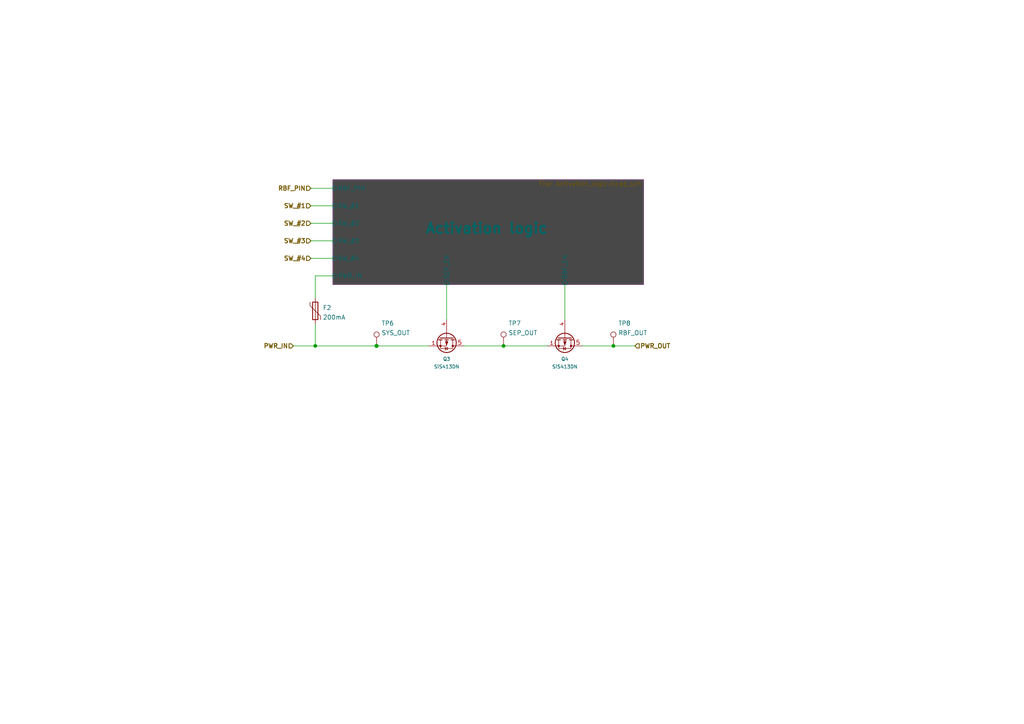
<source format=kicad_sch>
(kicad_sch (version 20210621) (generator eeschema)
  (paper "A4")
  (title_block (title "BUTCube - EPS") (date "2021-06-01") (rev "v1.0") (company "VUT - FIT(STRaDe) & FME(IAE & IPE)") (comment 1 "Author: Petr Malaník"))
  (lib_symbols
    (symbol "Connector:TestPoint" (pin_numbers hide) (pin_names (offset 0.762) hide)
      (property "Reference" "TP" (at 0 6.858 0))
      (property "Value" "TestPoint" (at 0 5.08 0))
      (symbol "TestPoint_0_1"
        (circle (center 0 3.302) (radius 0.762))
      )
      (symbol "TestPoint_1_1"
        (pin passive line (at 0 0 90) (length 2.54) (name "1") (number "1"))
      )
    )
    (symbol "Device:Polyfuse" (pin_numbers hide) (pin_names (offset 0))
      (property "Reference" "F" (at -2.54 0 90))
      (property "Value" "Polyfuse" (at 2.54 0 90))
      (symbol "Polyfuse_0_1"
        (rectangle (start -0.762 2.54) (end 0.762 -2.54) (stroke (width 0.254)))
        (polyline (pts (xy 0 2.54) (xy 0 -2.54)))
        (polyline (pts (xy -1.524 2.54) (xy -1.524 1.524) (xy 1.524 -1.524) (xy 1.524 -2.54)))
      )
      (symbol "Polyfuse_1_1"
        (pin passive line (at 0 3.81 270) (length 1.27) (name "~") (number "1"))
        (pin passive line (at 0 -3.81 90) (length 1.27) (name "~") (number "2"))
      )
    )
    (symbol "TCY_transistors:SiS413DN" (pin_names hide)
      (property "Reference" "Q" (at 8.89 2.54 0))
      (property "Value" "SiS413DN" (at 8.89 0 0))
      (symbol "SiS413DN_0_1"
        (circle (center -0.889 0) (radius 2.794) (stroke (width 0.254)))
        (circle (center 0 -1.778) (radius 0.254) (fill (type outline)))
        (circle (center 0 1.778) (radius 0.254) (fill (type outline)))
        (polyline (pts (xy -2.286 0) (xy -5.08 0)))
        (polyline (pts (xy -2.286 1.905) (xy -2.286 -1.905)) (stroke (width 0.254)))
        (polyline (pts (xy -1.778 -1.27) (xy -1.778 -2.286)) (stroke (width 0.254)))
        (polyline (pts (xy -1.778 0.508) (xy -1.778 -0.508)) (stroke (width 0.254)))
        (polyline (pts (xy -1.778 2.286) (xy -1.778 1.27)) (stroke (width 0.254)))
        (polyline (pts (xy 0 2.54) (xy 0 1.778)))
        (polyline (pts (xy 0 -2.54) (xy 0 0) (xy -1.778 0)))
        (polyline (pts (xy -1.778 1.778) (xy 0.762 1.778) (xy 0.762 -1.778) (xy -1.778 -1.778)))
        (polyline (pts (xy 0.254 -0.508) (xy 0.381 -0.381) (xy 1.143 -0.381) (xy 1.27 -0.254)))
        (polyline (pts (xy 0.762 -0.381) (xy 0.381 0.254) (xy 1.143 0.254) (xy 0.762 -0.381)))
        (polyline (pts (xy -0.254 0) (xy -1.27 0.381) (xy -1.27 -0.381) (xy -0.254 0)) (fill (type outline)))
      )
      (symbol "SiS413DN_1_1"
        (pin passive line (at 0 -5.08 90) (length 2.54) (name "S") (number "1"))
        (pin passive line (at 0 -5.08 90) (length 2.54) hide (name "S") (number "2"))
        (pin passive line (at 0 -5.08 90) (length 2.54) hide (name "S") (number "3"))
        (pin passive line (at -7.62 0 0) (length 2.54) (name "G") (number "4"))
        (pin passive line (at 0 5.08 270) (length 2.54) (name "D") (number "5"))
        (pin passive line (at 0 5.08 270) (length 2.54) hide (name "D") (number "6"))
        (pin passive line (at 0 5.08 270) (length 2.54) hide (name "D") (number "7"))
        (pin passive line (at 0 5.08 270) (length 2.54) hide (name "D") (number "8"))
        (pin passive line (at 0 5.08 270) (length 2.54) hide (name "D") (number "9"))
      )
    )
  )
  (junction (at 91.44 100.33) (diameter 0.9144))
  (junction (at 109.22 100.33) (diameter 1.016))
  (junction (at 146.05 100.33) (diameter 0.9144))
  (junction (at 177.9026 100.33) (diameter 0.9144))
  (wire (pts (xy 85.09 100.33) (xy 91.44 100.33)))
  (wire (pts (xy 90.17 54.61) (xy 96.52 54.61)))
  (wire (pts (xy 90.17 59.69) (xy 96.52 59.69)))
  (wire (pts (xy 90.17 64.77) (xy 96.52 64.77)))
  (wire (pts (xy 90.17 69.85) (xy 96.52 69.85)))
  (wire (pts (xy 90.17 74.93) (xy 96.52 74.93)))
  (wire (pts (xy 91.44 80.01) (xy 91.44 86.36)))
  (wire (pts (xy 91.44 93.98) (xy 91.44 100.33)))
  (wire (pts (xy 91.44 100.33) (xy 109.22 100.33)))
  (wire (pts (xy 96.52 80.01) (xy 91.44 80.01)))
  (wire (pts (xy 109.22 100.33) (xy 124.46 100.33)))
  (wire (pts (xy 129.54 82.55) (xy 129.54 92.71)))
  (wire (pts (xy 134.62 100.33) (xy 146.05 100.33)))
  (wire (pts (xy 146.05 100.33) (xy 158.75 100.33)))
  (wire (pts (xy 163.83 82.55) (xy 163.83 92.71)))
  (wire (pts (xy 168.91 100.33) (xy 177.9026 100.33)))
  (wire (pts (xy 177.9026 100.33) (xy 184.15 100.33)))
  (hierarchical_label "PWR_IN" (shape input) (at 85.09 100.33 180) (effects (font (thickness 0.254))))
  (hierarchical_label "RBF_PIN" (shape input) (at 90.17 54.61 180) (effects (font (thickness 0.254))))
  (hierarchical_label "SW_#1" (shape input) (at 90.17 59.69 180) (effects (font (thickness 0.254))))
  (hierarchical_label "SW_#2" (shape input) (at 90.17 64.77 180) (effects (font (thickness 0.254))))
  (hierarchical_label "SW_#3" (shape input) (at 90.17 69.85 180) (effects (font (thickness 0.254))))
  (hierarchical_label "SW_#4" (shape input) (at 90.17 74.93 180) (effects (font (thickness 0.254))))
  (hierarchical_label "PWR_OUT" (shape input) (at 184.15 100.33 0) (effects (font (thickness 0.254))))
  (symbol (lib_id "Connector:TestPoint") (at 109.22 100.33 0)
    (property "Reference" "TP6" (at 110.6171 93.77 0) (effects (justify left)))
    (property "Value" "SYS_OUT" (at 110.6171 96.5451 0) (effects (justify left)))
    (property "Footprint" "TCY_connectors:TestPoint_Pad_D0.5mm" (effects hide))
  )
  (symbol (lib_id "Connector:TestPoint") (at 146.05 100.33 0)
    (property "Reference" "TP7" (at 147.4471 93.77 0) (effects (justify left)))
    (property "Value" "SEP_OUT" (at 147.4471 96.5451 0) (effects (justify left)))
    (property "Footprint" "TCY_connectors:TestPoint_Pad_D0.5mm" (effects hide))
  )
  (symbol (lib_id "Connector:TestPoint") (at 177.9026 100.33 0)
    (property "Reference" "TP8" (at 179.2997 93.77 0) (effects (justify left)))
    (property "Value" "RBF_OUT" (at 179.2997 96.5451 0) (effects (justify left)))
    (property "Footprint" "TCY_connectors:TestPoint_Pad_D0.5mm" (effects hide))
  )
  (symbol (lib_id "Device:Polyfuse") (at 91.44 90.17 0)
    (property "Reference" "F2" (at 93.5991 89.2615 0) (effects (justify left)))
    (property "Value" "200mA" (at 93.5991 92.0366 0) (effects (justify left)))
  )
  (symbol (lib_id "TCY_transistors:SiS413DN") (at 129.54 100.33 270)
    (property "Reference" "Q3" (at 129.54 104.1166 90) (effects (font (size 1 1))))
    (property "Value" "SiS413DN" (at 129.54 106.3556 90) (effects (font (size 1 1))))
    (property "Footprint" "Package_SO:Vishay_PowerPAK_1212-8_Single" (effects hide))
    (property "Datasheet" "https://www.vishay.com/docs/63262/sis413dn.pdf" (effects hide))
  )
  (symbol (lib_id "TCY_transistors:SiS413DN") (at 163.83 100.33 270)
    (property "Reference" "Q4" (at 163.83 104.1166 90) (effects (font (size 1 1))))
    (property "Value" "SiS413DN" (at 163.83 106.3556 90) (effects (font (size 1 1))))
    (property "Footprint" "Package_SO:Vishay_PowerPAK_1212-8_Single" (effects hide))
    (property "Datasheet" "https://www.vishay.com/docs/63262/sis413dn.pdf" (effects hide))
  )
  (sheet (at 96.52 52.07) (size 90.17 30.48) (stroke (width 0.001) (color 132 0 132 1)) (fill (color 72 72 72 1.0000))
    (property "Sheet name" "Activation logic" (at 123.19 67.9441 0) (effects (font (size 3 3) bold) (justify left bottom)))
    (property "Sheet file" "Activation_logic.kicad_sch" (at 156.21 52.5789 0) (effects (justify left top)))
    (pin "SW_#1" input (at 96.52 59.69 180))
    (pin "SW_#2" input (at 96.52 64.77 180))
    (pin "SW_#3" input (at 96.52 69.85 180))
    (pin "SW_#4" input (at 96.52 74.93 180))
    (pin "SEP_EN" input (at 129.54 82.55 270))
    (pin "PWR_IN" input (at 96.52 80.01 180))
    (pin "RBF_PIN" input (at 96.52 54.61 180))
    (pin "RBF_EN" input (at 163.83 82.55 270))
  )
)
</source>
